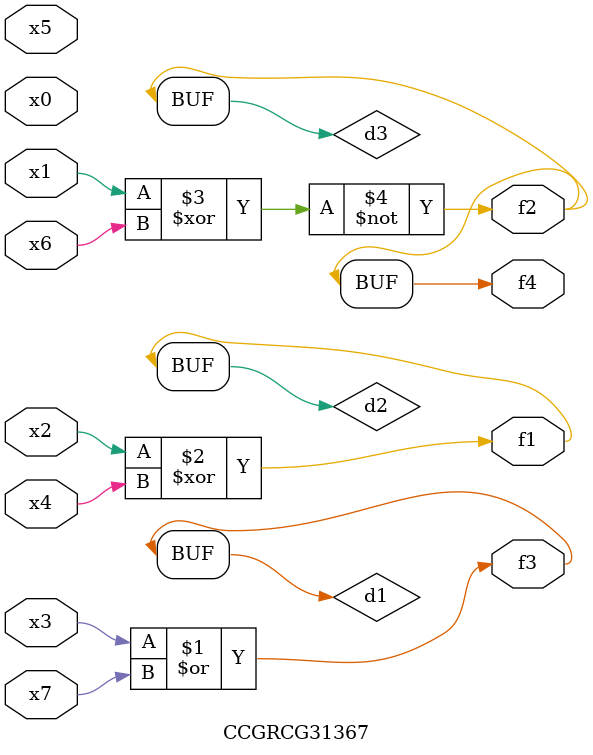
<source format=v>
module CCGRCG31367(
	input x0, x1, x2, x3, x4, x5, x6, x7,
	output f1, f2, f3, f4
);

	wire d1, d2, d3;

	or (d1, x3, x7);
	xor (d2, x2, x4);
	xnor (d3, x1, x6);
	assign f1 = d2;
	assign f2 = d3;
	assign f3 = d1;
	assign f4 = d3;
endmodule

</source>
